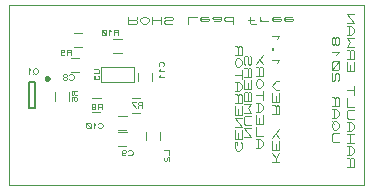
<source format=gbr>
G04 PROTEUS GERBER X2 FILE*
%TF.GenerationSoftware,Labcenter,Proteus,8.5-SP0-Build22067*%
%TF.CreationDate,2018-05-10T14:10:55+00:00*%
%TF.FileFunction,Legend,Bot*%
%TF.FilePolarity,Positive*%
%TF.Part,Single*%
%FSLAX45Y45*%
%MOMM*%
G01*
%TA.AperFunction,Profile*%
%ADD28C,0.101600*%
%TA.AperFunction,Material*%
%ADD73C,0.101600*%
%ADD30C,0.250000*%
%ADD31C,0.200000*%
D28*
X-1490000Y-760000D02*
X+1510000Y-760000D01*
X+1510000Y+760000D01*
X-1490000Y+760000D01*
X-1490000Y-760000D01*
D73*
X-711790Y+108710D02*
X-432390Y+108710D01*
X-432390Y+235710D01*
X-711790Y+235710D01*
X-711790Y+108710D01*
X-777830Y+221740D02*
X-739730Y+221740D01*
X-732110Y+215390D01*
X-732110Y+189990D01*
X-739730Y+183640D01*
X-777830Y+183640D01*
X-777830Y+132840D02*
X-777830Y+164590D01*
X-762590Y+164590D01*
X-762590Y+139190D01*
X-754970Y+132840D01*
X-739730Y+132840D01*
X-732110Y+139190D01*
X-732110Y+158240D01*
X-739730Y+164590D01*
X-943060Y+405060D02*
X-874480Y+405060D01*
X-943060Y+526980D02*
X-871940Y+526980D01*
X-969240Y+339020D02*
X-969240Y+384740D01*
X-1000990Y+384740D01*
X-1007340Y+377120D01*
X-1007340Y+369500D01*
X-1000990Y+361880D01*
X-969240Y+361880D01*
X-1000990Y+361880D02*
X-1007340Y+354260D01*
X-1007340Y+339020D01*
X-1058140Y+369500D02*
X-1051790Y+361880D01*
X-1032740Y+361880D01*
X-1026390Y+369500D01*
X-1026390Y+377120D01*
X-1032740Y+384740D01*
X-1051790Y+384740D01*
X-1058140Y+377120D01*
X-1058140Y+346640D01*
X-1051790Y+339020D01*
X-1032740Y+339020D01*
X-609700Y+355060D02*
X-541120Y+355060D01*
X-609700Y+476980D02*
X-538580Y+476980D01*
X-570480Y+509020D02*
X-570480Y+554740D01*
X-602230Y+554740D01*
X-608580Y+547120D01*
X-608580Y+539500D01*
X-602230Y+531880D01*
X-570480Y+531880D01*
X-602230Y+531880D02*
X-608580Y+524260D01*
X-608580Y+509020D01*
X-633980Y+539500D02*
X-646680Y+554740D01*
X-646680Y+509020D01*
X-672080Y+516640D02*
X-672080Y+547120D01*
X-678430Y+554740D01*
X-703830Y+554740D01*
X-710180Y+547120D01*
X-710180Y+516640D01*
X-703830Y+509020D01*
X-678430Y+509020D01*
X-672080Y+516640D01*
X-672080Y+509020D02*
X-710180Y+554740D01*
X-401780Y+189820D02*
X-401780Y+121240D01*
X-279860Y+189820D02*
X-279860Y+118700D01*
X-189720Y+244900D02*
X-182100Y+251250D01*
X-182100Y+270300D01*
X-197340Y+283000D01*
X-212580Y+283000D01*
X-227820Y+270300D01*
X-227820Y+251250D01*
X-220200Y+244900D01*
X-212580Y+219500D02*
X-227820Y+206800D01*
X-182100Y+206800D01*
X-212580Y+168700D02*
X-227820Y+156000D01*
X-182100Y+156000D01*
X-383660Y-28100D02*
X-452240Y-28100D01*
X-383660Y-150020D02*
X-454780Y-150020D01*
X-365880Y-107780D02*
X-365880Y-62060D01*
X-397630Y-62060D01*
X-403980Y-69680D01*
X-403980Y-77300D01*
X-397630Y-84920D01*
X-365880Y-84920D01*
X-397630Y-84920D02*
X-403980Y-92540D01*
X-403980Y-107780D01*
X-423030Y-62060D02*
X-454780Y-62060D01*
X-454780Y-69680D01*
X-423030Y-107780D01*
X-789700Y-144940D02*
X-721120Y-144940D01*
X-789700Y-23020D02*
X-718580Y-23020D01*
X-705880Y-120980D02*
X-705880Y-75260D01*
X-737630Y-75260D01*
X-743980Y-82880D01*
X-743980Y-90500D01*
X-737630Y-98120D01*
X-705880Y-98120D01*
X-737630Y-98120D02*
X-743980Y-105740D01*
X-743980Y-120980D01*
X-769380Y-98120D02*
X-763030Y-90500D01*
X-763030Y-82880D01*
X-769380Y-75260D01*
X-788430Y-75260D01*
X-794780Y-82880D01*
X-794780Y-90500D01*
X-788430Y-98120D01*
X-769380Y-98120D01*
X-763030Y-105740D01*
X-763030Y-113360D01*
X-769380Y-120980D01*
X-788430Y-120980D01*
X-794780Y-113360D01*
X-794780Y-105740D01*
X-788430Y-98120D01*
X-969700Y+195060D02*
X-901120Y+195060D01*
X-969700Y+316980D02*
X-898580Y+316980D01*
X-983980Y+136640D02*
X-977630Y+129020D01*
X-958580Y+129020D01*
X-945880Y+144260D01*
X-945880Y+159500D01*
X-958580Y+174740D01*
X-977630Y+174740D01*
X-983980Y+167120D01*
X-1009380Y+151880D02*
X-1003030Y+159500D01*
X-1003030Y+167120D01*
X-1009380Y+174740D01*
X-1028430Y+174740D01*
X-1034780Y+167120D01*
X-1034780Y+159500D01*
X-1028430Y+151880D01*
X-1009380Y+151880D01*
X-1003030Y+144260D01*
X-1003030Y+136640D01*
X-1009380Y+129020D01*
X-1028430Y+129020D01*
X-1034780Y+136640D01*
X-1034780Y+144260D01*
X-1028430Y+151880D01*
D30*
X-1157500Y+140000D02*
X-1157543Y+141039D01*
X-1157895Y+143118D01*
X-1158632Y+145197D01*
X-1159836Y+147276D01*
X-1161677Y+149326D01*
X-1163756Y+150829D01*
X-1165835Y+151786D01*
X-1167914Y+152325D01*
X-1169993Y+152500D01*
X-1170000Y+152500D01*
X-1182500Y+140000D02*
X-1182457Y+141039D01*
X-1182105Y+143118D01*
X-1181368Y+145197D01*
X-1180164Y+147276D01*
X-1178323Y+149326D01*
X-1176244Y+150829D01*
X-1174165Y+151786D01*
X-1172086Y+152325D01*
X-1170007Y+152500D01*
X-1170000Y+152500D01*
X-1182500Y+140000D02*
X-1182457Y+138961D01*
X-1182105Y+136882D01*
X-1181368Y+134803D01*
X-1180164Y+132724D01*
X-1178323Y+130674D01*
X-1176244Y+129171D01*
X-1174165Y+128214D01*
X-1172086Y+127675D01*
X-1170007Y+127500D01*
X-1170000Y+127500D01*
X-1157500Y+140000D02*
X-1157543Y+138961D01*
X-1157895Y+136882D01*
X-1158632Y+134803D01*
X-1159836Y+132724D01*
X-1161677Y+130674D01*
X-1163756Y+129171D01*
X-1165835Y+128214D01*
X-1167914Y+127675D01*
X-1169993Y+127500D01*
X-1170000Y+127500D01*
D31*
X-1275000Y-110000D02*
X-1325000Y-110000D01*
X-1325000Y+110000D01*
X-1275000Y+110000D01*
X-1275000Y-110000D01*
D73*
X-1249200Y+210720D02*
X-1261900Y+225960D01*
X-1274600Y+225960D01*
X-1287300Y+210720D01*
X-1287300Y+195480D01*
X-1274600Y+180240D01*
X-1261900Y+180240D01*
X-1249200Y+195480D01*
X-1249200Y+210720D01*
X-1274600Y+195480D02*
X-1287300Y+180240D01*
X-1312700Y+210720D02*
X-1325400Y+225960D01*
X-1325400Y+180240D01*
X-984940Y-46220D02*
X-984940Y+22360D01*
X-1106860Y-46220D02*
X-1106860Y+24900D01*
X-918900Y+37600D02*
X-964620Y+37600D01*
X-964620Y+5850D01*
X-957000Y-500D01*
X-949380Y-500D01*
X-941760Y+5850D01*
X-941760Y+37600D01*
X-941760Y+5850D02*
X-934140Y-500D01*
X-918900Y-500D01*
X-957000Y-51300D02*
X-964620Y-44950D01*
X-964620Y-25900D01*
X-957000Y-19550D01*
X-926520Y-19550D01*
X-918900Y-25900D01*
X-918900Y-44950D01*
X-926520Y-51300D01*
X-934140Y-51300D01*
X-941760Y-44950D01*
X-941760Y-19550D01*
X-211580Y-379700D02*
X-211580Y-311120D01*
X-333500Y-379700D02*
X-333500Y-308580D01*
X-181260Y-465880D02*
X-135540Y-465880D01*
X-135540Y-503980D01*
X-173640Y-523030D02*
X-181260Y-529380D01*
X-181260Y-548430D01*
X-173640Y-554780D01*
X-166020Y-554780D01*
X-158400Y-548430D01*
X-158400Y-529380D01*
X-150780Y-523030D01*
X-135540Y-523030D01*
X-135540Y-554780D01*
X-569700Y-294940D02*
X-501120Y-294940D01*
X-569700Y-173020D02*
X-498580Y-173020D01*
X-738580Y-273360D02*
X-732230Y-280980D01*
X-713180Y-280980D01*
X-700480Y-265740D01*
X-700480Y-250500D01*
X-713180Y-235260D01*
X-732230Y-235260D01*
X-738580Y-242880D01*
X-763980Y-250500D02*
X-776680Y-235260D01*
X-776680Y-280980D01*
X-802080Y-273360D02*
X-802080Y-242880D01*
X-808430Y-235260D01*
X-833830Y-235260D01*
X-840180Y-242880D01*
X-840180Y-273360D01*
X-833830Y-280980D01*
X-808430Y-280980D01*
X-802080Y-273360D01*
X-802080Y-280980D02*
X-840180Y-235260D01*
X-569700Y-434940D02*
X-501120Y-434940D01*
X-569700Y-313020D02*
X-498580Y-313020D01*
X-483980Y-503360D02*
X-477630Y-510980D01*
X-458580Y-510980D01*
X-445880Y-495740D01*
X-445880Y-480500D01*
X-458580Y-465260D01*
X-477630Y-465260D01*
X-483980Y-472880D01*
X-534780Y-480500D02*
X-528430Y-488120D01*
X-509380Y-488120D01*
X-503030Y-480500D01*
X-503030Y-472880D01*
X-509380Y-465260D01*
X-528430Y-465260D01*
X-534780Y-472880D01*
X-534780Y-503360D01*
X-528430Y-510980D01*
X-509380Y-510980D01*
X+1363680Y-608100D02*
X+1424640Y-608100D01*
X+1424640Y-544600D01*
X+1414480Y-531900D01*
X+1404320Y-531900D01*
X+1394160Y-544600D01*
X+1394160Y-608100D01*
X+1394160Y-544600D02*
X+1384000Y-531900D01*
X+1363680Y-531900D01*
X+1363680Y-506500D02*
X+1404320Y-506500D01*
X+1424640Y-481100D01*
X+1424640Y-455700D01*
X+1404320Y-430300D01*
X+1363680Y-430300D01*
X+1384000Y-506500D02*
X+1384000Y-430300D01*
X+1363680Y-404900D02*
X+1424640Y-404900D01*
X+1424640Y-328700D02*
X+1363680Y-328700D01*
X+1394160Y-404900D02*
X+1394160Y-328700D01*
X+1363680Y-303300D02*
X+1404320Y-303300D01*
X+1424640Y-277900D01*
X+1424640Y-252500D01*
X+1404320Y-227100D01*
X+1363680Y-227100D01*
X+1384000Y-303300D02*
X+1384000Y-227100D01*
X+1424640Y-201700D02*
X+1373840Y-201700D01*
X+1363680Y-189000D01*
X+1363680Y-138200D01*
X+1373840Y-125500D01*
X+1424640Y-125500D01*
X+1424640Y-100100D02*
X+1363680Y-100100D01*
X+1363680Y-23900D01*
X+1424640Y+1500D02*
X+1424640Y+77700D01*
X+1424640Y+39600D02*
X+1363680Y+39600D01*
X+1363680Y+280900D02*
X+1363680Y+204700D01*
X+1424640Y+204700D01*
X+1424640Y+280900D01*
X+1394160Y+204700D02*
X+1394160Y+255500D01*
X+1363680Y+306300D02*
X+1424640Y+306300D01*
X+1424640Y+369800D01*
X+1414480Y+382500D01*
X+1404320Y+382500D01*
X+1394160Y+369800D01*
X+1394160Y+306300D01*
X+1394160Y+369800D02*
X+1384000Y+382500D01*
X+1363680Y+382500D01*
X+1424640Y+407900D02*
X+1363680Y+407900D01*
X+1394160Y+446000D01*
X+1363680Y+484100D01*
X+1424640Y+484100D01*
X+1363680Y+509500D02*
X+1404320Y+509500D01*
X+1424640Y+534900D01*
X+1424640Y+560300D01*
X+1404320Y+585700D01*
X+1363680Y+585700D01*
X+1384000Y+509500D02*
X+1384000Y+585700D01*
X+1363680Y+611100D02*
X+1424640Y+611100D01*
X+1363680Y+687300D01*
X+1424640Y+687300D01*
X+1297940Y-398780D02*
X+1247140Y-398780D01*
X+1236980Y-386080D01*
X+1236980Y-335280D01*
X+1247140Y-322580D01*
X+1297940Y-322580D01*
X+1277620Y-297180D02*
X+1297940Y-271780D01*
X+1297940Y-246380D01*
X+1277620Y-220980D01*
X+1257300Y-220980D01*
X+1236980Y-246380D01*
X+1236980Y-271780D01*
X+1257300Y-297180D01*
X+1277620Y-297180D01*
X+1257300Y-246380D02*
X+1236980Y-220980D01*
X+1236980Y-195580D02*
X+1277620Y-195580D01*
X+1297940Y-170180D01*
X+1297940Y-144780D01*
X+1277620Y-119380D01*
X+1236980Y-119380D01*
X+1257300Y-195580D02*
X+1257300Y-119380D01*
X+1236980Y-93980D02*
X+1297940Y-93980D01*
X+1297940Y-30480D01*
X+1287780Y-17780D01*
X+1277620Y-17780D01*
X+1267460Y-30480D01*
X+1267460Y-93980D01*
X+1267460Y-30480D02*
X+1257300Y-17780D01*
X+1236980Y-17780D01*
X+1287780Y+121920D02*
X+1297940Y+134620D01*
X+1297940Y+172720D01*
X+1287780Y+185420D01*
X+1277620Y+185420D01*
X+1267460Y+172720D01*
X+1267460Y+134620D01*
X+1257300Y+121920D01*
X+1236980Y+121920D01*
X+1236980Y+185420D01*
X+1247140Y+210820D02*
X+1287780Y+210820D01*
X+1297940Y+223520D01*
X+1297940Y+274320D01*
X+1287780Y+287020D01*
X+1247140Y+287020D01*
X+1236980Y+274320D01*
X+1236980Y+223520D01*
X+1247140Y+210820D01*
X+1236980Y+210820D02*
X+1297940Y+287020D01*
X+1277620Y+337820D02*
X+1297940Y+363220D01*
X+1236980Y+363220D01*
X+1267460Y+439420D02*
X+1277620Y+426720D01*
X+1287780Y+426720D01*
X+1297940Y+439420D01*
X+1297940Y+477520D01*
X+1287780Y+490220D01*
X+1277620Y+490220D01*
X+1267460Y+477520D01*
X+1267460Y+439420D01*
X+1257300Y+426720D01*
X+1247140Y+426720D01*
X+1236980Y+439420D01*
X+1236980Y+477520D01*
X+1247140Y+490220D01*
X+1257300Y+490220D01*
X+1267460Y+477520D01*
X+593909Y-443902D02*
X+634549Y-443902D01*
X+654869Y-418502D01*
X+654869Y-393102D01*
X+634549Y-367702D01*
X+593909Y-367702D01*
X+614229Y-443902D02*
X+614229Y-367702D01*
X+654869Y-342302D02*
X+593909Y-342302D01*
X+593909Y-266102D01*
X+593909Y-164502D02*
X+593909Y-240702D01*
X+654869Y-240702D01*
X+654869Y-164502D01*
X+624389Y-240702D02*
X+624389Y-189902D01*
X+593909Y-139102D02*
X+634549Y-139102D01*
X+654869Y-113702D01*
X+654869Y-88302D01*
X+634549Y-62902D01*
X+593909Y-62902D01*
X+614229Y-139102D02*
X+614229Y-62902D01*
X+654869Y-37502D02*
X+654869Y+38698D01*
X+654869Y+598D02*
X+593909Y+598D01*
X+634549Y+64098D02*
X+654869Y+89498D01*
X+654869Y+114898D01*
X+634549Y+140298D01*
X+614229Y+140298D01*
X+593909Y+114898D01*
X+593909Y+89498D01*
X+614229Y+64098D01*
X+634549Y+64098D01*
X+593909Y+165698D02*
X+654869Y+165698D01*
X+654869Y+229198D01*
X+644709Y+241898D01*
X+634549Y+241898D01*
X+624389Y+229198D01*
X+624389Y+165698D01*
X+624389Y+229198D02*
X+614229Y+241898D01*
X+593909Y+241898D01*
X+654869Y+343498D02*
X+593909Y+267298D01*
X+654869Y+267298D02*
X+624389Y+305398D01*
X+497840Y-353060D02*
X+558800Y-353060D01*
X+497840Y-276860D01*
X+558800Y-276860D01*
X+558800Y-251460D02*
X+508000Y-251460D01*
X+497840Y-238760D01*
X+497840Y-187960D01*
X+508000Y-175260D01*
X+558800Y-175260D01*
X+497840Y-149860D02*
X+558800Y-149860D01*
X+528320Y-111760D01*
X+558800Y-73660D01*
X+497840Y-73660D01*
X+497840Y-48260D02*
X+558800Y-48260D01*
X+558800Y+15240D01*
X+548640Y+27940D01*
X+538480Y+27940D01*
X+528320Y+15240D01*
X+518160Y+27940D01*
X+508000Y+27940D01*
X+497840Y+15240D01*
X+497840Y-48260D01*
X+528320Y-48260D02*
X+528320Y+15240D01*
X+497840Y+129540D02*
X+497840Y+53340D01*
X+558800Y+53340D01*
X+558800Y+129540D01*
X+528320Y+53340D02*
X+528320Y+104140D01*
X+497840Y+154940D02*
X+558800Y+154940D01*
X+558800Y+218440D01*
X+548640Y+231140D01*
X+538480Y+231140D01*
X+528320Y+218440D01*
X+528320Y+154940D01*
X+528320Y+218440D02*
X+518160Y+231140D01*
X+497840Y+231140D01*
X+508000Y+256540D02*
X+497840Y+269240D01*
X+497840Y+320040D01*
X+508000Y+332740D01*
X+518160Y+332740D01*
X+528320Y+320040D01*
X+528320Y+269240D01*
X+538480Y+256540D01*
X+548640Y+256540D01*
X+558800Y+269240D01*
X+558800Y+320040D01*
X+548640Y+332740D01*
X+435990Y-425490D02*
X+435990Y-400090D01*
X+415670Y-400090D01*
X+415670Y-450890D01*
X+435990Y-476290D01*
X+456310Y-476290D01*
X+476630Y-450890D01*
X+476630Y-412790D01*
X+466470Y-400090D01*
X+415670Y-298490D02*
X+415670Y-374690D01*
X+476630Y-374690D01*
X+476630Y-298490D01*
X+446150Y-374690D02*
X+446150Y-323890D01*
X+415670Y-273090D02*
X+476630Y-273090D01*
X+415670Y-196890D01*
X+476630Y-196890D01*
X+415670Y-95290D02*
X+415670Y-171490D01*
X+476630Y-171490D01*
X+476630Y-95290D01*
X+446150Y-171490D02*
X+446150Y-120690D01*
X+415670Y-69890D02*
X+476630Y-69890D01*
X+476630Y-6390D01*
X+466470Y+6310D01*
X+456310Y+6310D01*
X+446150Y-6390D01*
X+446150Y-69890D01*
X+446150Y-6390D02*
X+435990Y+6310D01*
X+415670Y+6310D01*
X+415670Y+31710D02*
X+456310Y+31710D01*
X+476630Y+57110D01*
X+476630Y+82510D01*
X+456310Y+107910D01*
X+415670Y+107910D01*
X+435990Y+31710D02*
X+435990Y+107910D01*
X+476630Y+133310D02*
X+476630Y+209510D01*
X+476630Y+171410D02*
X+415670Y+171410D01*
X+456310Y+234910D02*
X+476630Y+260310D01*
X+476630Y+285710D01*
X+456310Y+311110D01*
X+435990Y+311110D01*
X+415670Y+285710D01*
X+415670Y+260310D01*
X+435990Y+234910D01*
X+456310Y+234910D01*
X+415670Y+336510D02*
X+476630Y+336510D01*
X+476630Y+400010D01*
X+466470Y+412710D01*
X+456310Y+412710D01*
X+446150Y+400010D01*
X+446150Y+336510D01*
X+446150Y+400010D02*
X+435990Y+412710D01*
X+415670Y+412710D01*
X+795283Y-569071D02*
X+734323Y-569071D01*
X+795283Y-492871D02*
X+764803Y-530971D01*
X+734323Y-492871D01*
X+764803Y-569071D02*
X+764803Y-530971D01*
X+734323Y-391271D02*
X+734323Y-467471D01*
X+795283Y-467471D01*
X+795283Y-391271D01*
X+764803Y-467471D02*
X+764803Y-416671D01*
X+795283Y-289671D02*
X+734323Y-365871D01*
X+795283Y-365871D02*
X+764803Y-327771D01*
X+734323Y-162671D02*
X+795283Y-162671D01*
X+795283Y-99171D01*
X+785123Y-86471D01*
X+774963Y-86471D01*
X+764803Y-99171D01*
X+764803Y-162671D01*
X+764803Y-99171D02*
X+754643Y-86471D01*
X+734323Y-86471D01*
X+734323Y+15129D02*
X+734323Y-61071D01*
X+795283Y-61071D01*
X+795283Y+15129D01*
X+764803Y-61071D02*
X+764803Y-10271D01*
X+795283Y+40529D02*
X+764803Y+40529D01*
X+734323Y+78629D01*
X+764803Y+116729D01*
X+795283Y+116729D01*
X+774963Y+269129D02*
X+795283Y+294529D01*
X+734323Y+294529D01*
X+744483Y+383429D02*
X+744483Y+396129D01*
X+734323Y+396129D01*
X+734323Y+383429D01*
X+744483Y+383429D01*
X+774963Y+472329D02*
X+795283Y+497729D01*
X+734323Y+497729D01*
X-482600Y+665480D02*
X-482600Y+604520D01*
X-419100Y+604520D01*
X-406400Y+614680D01*
X-406400Y+624840D01*
X-419100Y+635000D01*
X-482600Y+635000D01*
X-419100Y+635000D02*
X-406400Y+645160D01*
X-406400Y+665480D01*
X-381000Y+624840D02*
X-355600Y+604520D01*
X-330200Y+604520D01*
X-304800Y+624840D01*
X-304800Y+645160D01*
X-330200Y+665480D01*
X-355600Y+665480D01*
X-381000Y+645160D01*
X-381000Y+624840D01*
X-279400Y+665480D02*
X-279400Y+604520D01*
X-203200Y+604520D02*
X-203200Y+665480D01*
X-279400Y+635000D02*
X-203200Y+635000D01*
X-177800Y+655320D02*
X-165100Y+665480D01*
X-114300Y+665480D01*
X-101600Y+655320D01*
X-101600Y+645160D01*
X-114300Y+635000D01*
X-165100Y+635000D01*
X-177800Y+624840D01*
X-177800Y+614680D01*
X-165100Y+604520D01*
X-114300Y+604520D01*
X-101600Y+614680D01*
X+25400Y+604520D02*
X+25400Y+665480D01*
X+101600Y+665480D01*
X+127000Y+645160D02*
X+203200Y+645160D01*
X+203200Y+635000D01*
X+190500Y+624840D01*
X+139700Y+624840D01*
X+127000Y+635000D01*
X+127000Y+655320D01*
X+139700Y+665480D01*
X+190500Y+665480D01*
X+241300Y+624840D02*
X+292100Y+624840D01*
X+304800Y+635000D01*
X+304800Y+665480D01*
X+241300Y+665480D01*
X+228600Y+655320D01*
X+241300Y+645160D01*
X+304800Y+645160D01*
X+406400Y+635000D02*
X+393700Y+624840D01*
X+342900Y+624840D01*
X+330200Y+635000D01*
X+330200Y+655320D01*
X+342900Y+665480D01*
X+393700Y+665480D01*
X+406400Y+655320D01*
X+406400Y+665480D02*
X+406400Y+604520D01*
X+546100Y+665480D02*
X+546100Y+614680D01*
X+558800Y+604520D01*
X+596900Y+604520D01*
X+609600Y+614680D01*
X+533400Y+635000D02*
X+584200Y+635000D01*
X+635000Y+665480D02*
X+635000Y+624840D01*
X+635000Y+635000D02*
X+647700Y+624840D01*
X+698500Y+624840D01*
X+711200Y+635000D01*
X+736600Y+645160D02*
X+812800Y+645160D01*
X+812800Y+635000D01*
X+800100Y+624840D01*
X+749300Y+624840D01*
X+736600Y+635000D01*
X+736600Y+655320D01*
X+749300Y+665480D01*
X+800100Y+665480D01*
X+838200Y+645160D02*
X+914400Y+645160D01*
X+914400Y+635000D01*
X+901700Y+624840D01*
X+850900Y+624840D01*
X+838200Y+635000D01*
X+838200Y+655320D01*
X+850900Y+665480D01*
X+901700Y+665480D01*
M02*

</source>
